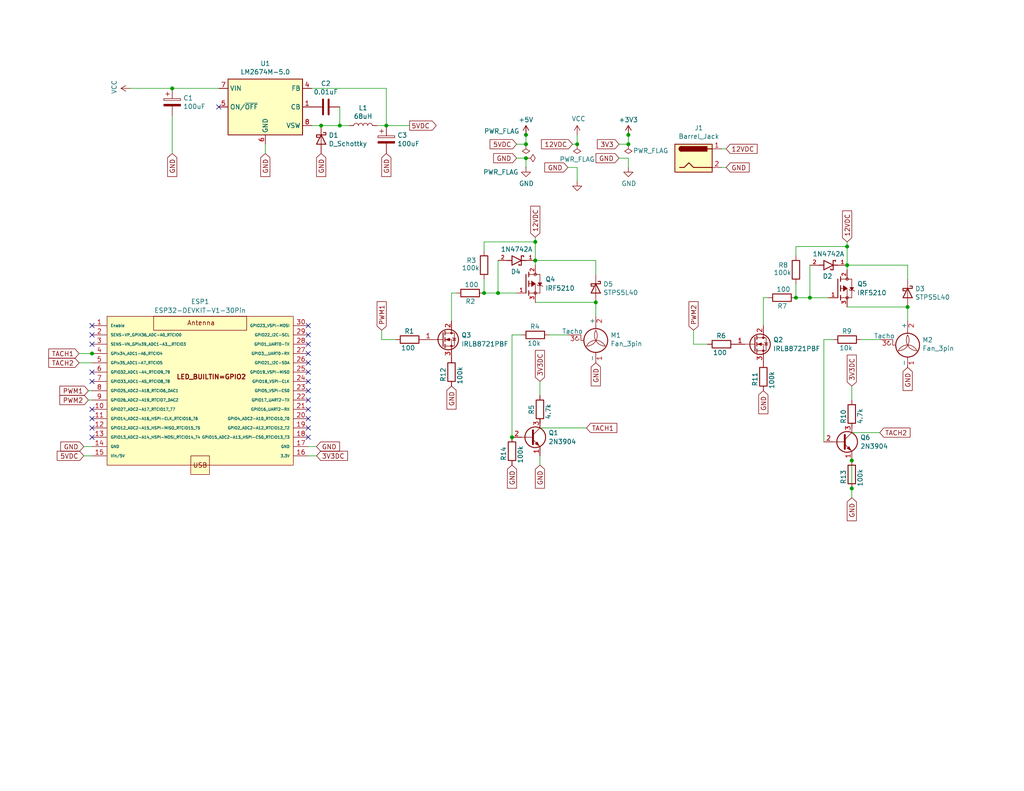
<source format=kicad_sch>
(kicad_sch (version 20250114) (generator "eeschema") (generator_version "9.0")
  (paper "USLetter")
  (lib_symbols
    (symbol "1N4742A:1N4742A" (pin_names (offset 1.016))
      (property "Reference" "D" (at -5.08 2.54 0))
      (property "Value" "1N4742A" (at -5.08 -3.81 0))
      (symbol "1N4742A_0_0"
        (polyline (pts (xy -2.54 0) (xy -1.27 0)) (stroke (width 0.254)))
        (polyline (pts (xy -1.27 1.27) (xy -1.27 0)) (stroke (width 0.254)))
        (polyline (pts (xy -1.27 0) (xy -1.27 -1.27)) (stroke (width 0.254)))
        (polyline (pts (xy -1.27 -1.27) (xy 1.27 0)) (stroke (width 0.254)))
        (polyline (pts (xy 0.635 -1.016) (xy 0.635 -1.27)) (stroke (width 0.254)))
        (polyline (pts (xy 1.27 1.27) (xy 1.27 0)) (stroke (width 0.254)))
        (polyline (pts (xy 1.27 0) (xy -1.27 1.27)) (stroke (width 0.254)))
        (polyline (pts (xy 1.27 0) (xy 1.27 -1.27)) (stroke (width 0.254)))
        (polyline (pts (xy 1.27 -1.27) (xy 0.635 -1.27)) (stroke (width 0.254)))
        (polyline (pts (xy 1.905 1.27) (xy 1.27 1.27)) (stroke (width 0.254)))
        (polyline (pts (xy 1.905 1.27) (xy 1.905 1.016)) (stroke (width 0.254)))
        (polyline (pts (xy 2.54 0) (xy 1.27 0)) (stroke (width 0.254)))
        (pin passive line (at -5.08 0 0) (length 2.54) (name "~") (number "2"))
        (pin passive line (at 5.08 0 180) (length 2.54) (name "~") (number "1"))
      )
    )
    (symbol "2N3904_1" (pin_names (offset 0) (hide yes))
      (property "Reference" "Q1" (at 4.8514 1.2122 0))
      (property "Value" "2N3904" (at 4.8514 -1.2121 0))
      (symbol "2N3904_1_0_1"
        (polyline (pts (xy -2.54 0) (xy 0.635 0)))
        (polyline (pts (xy 0.635 1.905) (xy 0.635 -1.905)) (stroke (width 0.508)))
        (circle (center 1.27 0) (radius 2.8194) (stroke (width 0.254)))
      )
      (symbol "2N3904_1_1_1"
        (polyline (pts (xy 0.635 0.635) (xy 2.54 2.54)))
        (polyline (pts (xy 0.635 -0.635) (xy 2.54 -2.54)))
        (polyline (pts (xy 1.27 -1.778) (xy 1.778 -1.27) (xy 2.286 -2.286) (xy 1.27 -1.778)) (fill (type outline)))
        (pin input line (at -5.08 0 0) (length 2.54) (name "B") (number "2"))
        (pin output line (at 2.54 5.08 270) (length 2.54) (name "C") (number "3"))
        (pin passive line (at 2.54 -5.08 90) (length 2.54) (name "E") (number "1"))
      )
    )
    (symbol "Connector:Barrel_Jack" (pin_names (offset 1.016))
      (property "Reference" "J" (at 0 5.334 0))
      (property "Value" "Barrel_Jack" (at 0 -5.08 0))
      (symbol "Barrel_Jack_0_1"
        (rectangle (start -5.08 3.81) (end 5.08 -3.81) (stroke (width 0.254)) (fill (type background)))
        (polyline (pts (xy -3.81 -2.54) (xy -2.54 -2.54) (xy -1.27 -1.27) (xy 0 -2.54) (xy 2.54 -2.54) (xy 5.08 -2.54)) (stroke (width 0.254)))
        (arc (start -3.302 1.905) (mid -3.9343 2.54) (end -3.302 3.175) (stroke (width 0.254)))
        (arc (start -3.302 1.905) (mid -3.9343 2.54) (end -3.302 3.175) (stroke (width 0.254)) (fill (type outline)))
        (rectangle (start 3.683 3.175) (end -3.302 1.905) (stroke (width 0.254)) (fill (type outline)))
        (polyline (pts (xy 5.08 2.54) (xy 3.81 2.54)) (stroke (width 0.254)))
      )
      (symbol "Barrel_Jack_1_1"
        (pin passive line (at 7.62 2.54 180) (length 2.54) (name "~") (number "1"))
        (pin passive line (at 7.62 -2.54 180) (length 2.54) (name "~") (number "2"))
      )
    )
    (symbol "Device:C" (pin_numbers (hide yes)) (pin_names (offset 0.254))
      (property "Reference" "C" (at 0.635 2.54 0))
      (property "Value" "C" (at 0.635 -2.54 0))
      (symbol "C_0_1"
        (polyline (pts (xy -2.032 0.762) (xy 2.032 0.762)) (stroke (width 0.508)))
        (polyline (pts (xy -2.032 -0.762) (xy 2.032 -0.762)) (stroke (width 0.508)))
      )
      (symbol "C_1_1"
        (pin passive line (at 0 3.81 270) (length 2.794) (name "~") (number "1"))
        (pin passive line (at 0 -3.81 90) (length 2.794) (name "~") (number "2"))
      )
    )
    (symbol "Device:C_Polarized" (pin_numbers (hide yes)) (pin_names (offset 0.254))
      (property "Reference" "C" (at 0.635 2.54 0))
      (property "Value" "C_Polarized" (at 0.635 -2.54 0))
      (symbol "C_Polarized_0_1"
        (rectangle (start -2.286 0.508) (end 2.286 1.016))
        (polyline (pts (xy -1.778 2.286) (xy -0.762 2.286)))
        (polyline (pts (xy -1.27 2.794) (xy -1.27 1.778)))
        (rectangle (start 2.286 -0.508) (end -2.286 -1.016) (fill (type outline)))
      )
      (symbol "C_Polarized_1_1"
        (pin passive line (at 0 3.81 270) (length 2.794) (name "~") (number "1"))
        (pin passive line (at 0 -3.81 90) (length 2.794) (name "~") (number "2"))
      )
    )
    (symbol "Device:D_Schottky" (pin_numbers (hide yes)) (pin_names (offset 1.016) (hide yes))
      (property "Reference" "D" (at 0 2.54 0))
      (property "Value" "D_Schottky" (at 0 -2.54 0))
      (symbol "D_Schottky_0_1"
        (polyline (pts (xy -1.905 0.635) (xy -1.905 1.27) (xy -1.27 1.27) (xy -1.27 -1.27) (xy -0.635 -1.27) (xy -0.635 -0.635)) (stroke (width 0.254)))
        (polyline (pts (xy 1.27 1.27) (xy 1.27 -1.27) (xy -1.27 0) (xy 1.27 1.27)) (stroke (width 0.254)))
        (polyline (pts (xy 1.27 0) (xy -1.27 0)))
      )
      (symbol "D_Schottky_1_1"
        (pin passive line (at -3.81 0 0) (length 2.54) (name "K") (number "1"))
        (pin passive line (at 3.81 0 180) (length 2.54) (name "A") (number "2"))
      )
    )
    (symbol "Device:L" (pin_numbers (hide yes)) (pin_names (offset 1.016) (hide yes))
      (property "Reference" "L" (at -1.27 0 90))
      (property "Value" "L" (at 1.905 0 90))
      (symbol "L_0_1"
        (arc (start 0 2.54) (mid 0.6323 1.905) (end 0 1.27))
        (arc (start 0 1.27) (mid 0.6323 0.635) (end 0 0))
        (arc (start 0 0) (mid 0.6323 -0.635) (end 0 -1.27))
        (arc (start 0 -1.27) (mid 0.6323 -1.905) (end 0 -2.54))
      )
      (symbol "L_1_1"
        (pin passive line (at 0 3.81 270) (length 1.27) (name "1") (number "1"))
        (pin passive line (at 0 -3.81 90) (length 1.27) (name "2") (number "2"))
      )
    )
    (symbol "Device:R" (pin_numbers (hide yes)) (pin_names (offset 0))
      (property "Reference" "R" (at 2.032 0 90))
      (property "Value" "R" (at 0 0 90))
      (symbol "R_0_1"
        (rectangle (start -1.016 -2.54) (end 1.016 2.54) (stroke (width 0.254)))
      )
      (symbol "R_1_1"
        (pin passive line (at 0 3.81 270) (length 1.27) (name "~") (number "1"))
        (pin passive line (at 0 -3.81 90) (length 1.27) (name "~") (number "2"))
      )
    )
    (symbol "Motor:Fan_3pin" (pin_names (offset 0))
      (property "Reference" "M" (at 2.54 2.54 0))
      (property "Value" "Fan_3pin" (at 2.54 -5.08 0))
      (symbol "Fan_3pin_0_0"
        (polyline (pts (xy -5.08 -0.508) (xy -5.334 -0.381)))
        (polyline (pts (xy -5.08 -0.508) (xy -5.207 -0.762)))
        (arc (start -4.572 -1.016) (mid -5.08 -1.5218) (end -5.588 -1.016))
        (arc (start -5.588 -1.016) (mid -5.4392 -0.6568) (end -5.08 -0.508))
        (polyline (pts (xy -4.064 0) (xy -4.064 -1.524) (xy -3.302 -1.524)))
      )
      (symbol "Fan_3pin_0_1"
        (polyline (pts (xy -4.064 0) (xy -5.08 0)))
        (arc (start 0 1.27) (mid -0.0015 -1.6352) (end -2.54 -3.048))
        (polyline (pts (xy 0 2.032) (xy 0 2.54)))
        (polyline (pts (xy 0 1.7272) (xy 0 2.0828)))
        (circle (center 0 -1.524) (radius 3.2512) (stroke (width 0.254)))
        (arc (start -2.54 -3.048) (mid 0 -1.4782) (end 2.54 -3.048))
        (polyline (pts (xy 0 -4.7752) (xy 0 -5.1816)))
        (polyline (pts (xy 0 -7.62) (xy 0 -7.112)))
        (arc (start 2.54 -3.048) (mid 0.047 -1.6085) (end 0 1.27))
      )
      (symbol "Fan_3pin_1_1"
        (pin passive line (at -7.62 0 0) (length 2.54) (name "Tacho") (number "3"))
        (pin passive line (at 0 5.08 270) (length 2.54) (name "+") (number "2"))
        (pin passive line (at 0 -7.62 90) (length 2.54) (name "-") (number "1"))
      )
    )
    (symbol "Regulator_Switching:LM2674M-3.3"
      (property "Reference" "U" (at -10.16 8.89 0))
      (property "Value" "LM2674M-3.3" (at 0 8.89 0))
      (symbol "LM2674M-3.3_0_1"
        (rectangle (start -10.16 7.62) (end 10.16 -7.62) (stroke (width 0.254)) (fill (type background)))
      )
      (symbol "LM2674M-3.3_1_1"
        (pin power_in line (at -12.7 5.08 0) (length 2.54) (name "VIN") (number "7"))
        (pin input line (at -12.7 0 0) (length 2.54) (name "ON/~{OFF}") (number "5"))
        (pin no_connect line (at -10.16 -2.54 0) (length 2.54) (hide yes) (name "NC") (number "2"))
        (pin no_connect line (at -10.16 -5.08 0) (length 2.54) (hide yes) (name "NC") (number "3"))
        (pin power_in line (at 0 -10.16 90) (length 2.54) (name "GND") (number "6"))
        (pin input line (at 12.7 5.08 180) (length 2.54) (name "FB") (number "4"))
        (pin input line (at 12.7 0 180) (length 2.54) (name "CB") (number "1"))
        (pin output line (at 12.7 -5.08 180) (length 2.54) (name "VSW") (number "8"))
      )
    )
    (symbol "Transistor_BJT:2N3904" (pin_names (offset 0) (hide yes))
      (property "Reference" "Q6" (at 4.8514 1.2122 0))
      (property "Value" "2N3904" (at 4.8514 -1.2121 0))
      (symbol "2N3904_0_1"
        (polyline (pts (xy -2.54 0) (xy 0.635 0)))
        (polyline (pts (xy 0.635 1.905) (xy 0.635 -1.905)) (stroke (width 0.508)))
        (circle (center 1.27 0) (radius 2.8194) (stroke (width 0.254)))
      )
      (symbol "2N3904_1_1"
        (polyline (pts (xy 0.635 0.635) (xy 2.54 2.54)))
        (polyline (pts (xy 0.635 -0.635) (xy 2.54 -2.54)))
        (polyline (pts (xy 1.27 -1.778) (xy 1.778 -1.27) (xy 2.286 -2.286) (xy 1.27 -1.778)) (fill (type outline)))
        (pin input line (at -5.08 0 0) (length 2.54) (name "B") (number "2"))
        (pin output line (at 2.54 5.08 270) (length 2.54) (name "C") (number "3"))
        (pin passive line (at 2.54 -5.08 90) (length 2.54) (name "E") (number "1"))
      )
    )
    (symbol "Transistor_FET:IRLB8721PBF" (pin_names (hide yes))
      (property "Reference" "Q" (at 5.08 1.905 0))
      (property "Value" "IRLB8721PBF" (at 5.08 0 0))
      (symbol "IRLB8721PBF_0_1"
        (polyline (pts (xy 0.254 1.905) (xy 0.254 -1.905)) (stroke (width 0.254)))
        (polyline (pts (xy 0.254 0) (xy -2.54 0)))
        (polyline (pts (xy 0.762 2.286) (xy 0.762 1.27)) (stroke (width 0.254)))
        (polyline (pts (xy 0.762 0.508) (xy 0.762 -0.508)) (stroke (width 0.254)))
        (polyline (pts (xy 0.762 -1.27) (xy 0.762 -2.286)) (stroke (width 0.254)))
        (polyline (pts (xy 0.762 -1.778) (xy 3.302 -1.778) (xy 3.302 1.778) (xy 0.762 1.778)))
        (polyline (pts (xy 1.016 0) (xy 2.032 0.381) (xy 2.032 -0.381) (xy 1.016 0)) (fill (type outline)))
        (circle (center 1.651 0) (radius 2.794) (stroke (width 0.254)))
        (polyline (pts (xy 2.54 2.54) (xy 2.54 1.778)))
        (circle (center 2.54 1.778) (radius 0.254) (fill (type outline)))
        (circle (center 2.54 -1.778) (radius 0.254) (fill (type outline)))
        (polyline (pts (xy 2.54 -2.54) (xy 2.54 0) (xy 0.762 0)))
        (polyline (pts (xy 2.794 0.508) (xy 2.921 0.381) (xy 3.683 0.381) (xy 3.81 0.254)))
        (polyline (pts (xy 3.302 0.381) (xy 2.921 -0.254) (xy 3.683 -0.254) (xy 3.302 0.381)))
      )
      (symbol "IRLB8721PBF_1_1"
        (pin input line (at -5.08 0 0) (length 2.54) (name "G") (number "1"))
        (pin passive line (at 2.54 5.08 270) (length 2.54) (name "D") (number "2"))
        (pin passive line (at 2.54 -5.08 90) (length 2.54) (name "S") (number "3"))
      )
    )
    (symbol "esp32-devkit-v1-30pin:ESP32-DEVKIT-V1-30Pin" (pin_names (offset 1.016))
      (property "Reference" "ESP1" (at 0 24.3375 0))
      (property "Value" "ESP32-DEVKIT-V1-30Pin" (at 0 21.9132 0))
      (symbol "ESP32-DEVKIT-V1-30Pin_0_1"
        (rectangle (start -12.7 20.32) (end 12.7 16.51))
      )
      (symbol "ESP32-DEVKIT-V1-30Pin_1_1"
        (rectangle (start -25.4 20.32) (end 25.4 -20.32) (fill (type background)))
        (rectangle (start -2.54 -17.78) (end 2.54 -22.86) (fill (type background)))
        (text "USB" (at 0 -20.32 0) (effects (font (size 1.27 1.27))))
        (text "Antenna" (at 0.254 18.542 0) (effects (font (size 1.27 1.27))))
        (text "LED_BUILTIN=GPIO2" (at 3.048 3.81 0) (effects (font (size 1.27 1.27) (bold yes))))
        (pin input line (at -29.5 17.78 0) (length 4) (name "Enable") (number "1"))
        (pin input line (at -29.5 15.24 0) (length 4) (name "SENS-VP_GPIX36_ADC-A0_RTCIO0") (number "2"))
        (pin input line (at -29.5 12.7 0) (length 4) (name "SENS-VN_GPIx39_ADC1-A3__RTCIO3") (number "3"))
        (pin input line (at -29.5 10.16 0) (length 4) (name "GPIx34_ADC1-A6_RTCIO4") (number "4"))
        (pin input line (at -29.5 7.62 0) (length 4) (name "GPIx35_ADC1-A7_RTCIO5") (number "5"))
        (pin bidirectional line (at -29.5 5.08 0) (length 4) (name "GPIO32_ADC1-A4_RTCIO9_T9") (number "6"))
        (pin bidirectional line (at -29.5 2.54 0) (length 4) (name "GPIO33_ADC1-A5_RTCIO8_T8") (number "7"))
        (pin bidirectional line (at -29.5 0 0) (length 4) (name "GPIO25_ADC2-A18_RTCIO6_DAC1") (number "8"))
        (pin bidirectional line (at -29.5 -2.54 0) (length 4) (name "GPIO26_ADC2-A19_RTCIO7_DAC2") (number "9"))
        (pin bidirectional line (at -29.5 -5.08 0) (length 4) (name "GPIO27_ADC2-A17_RTCIO17_T7") (number "10"))
        (pin bidirectional line (at -29.5 -7.62 0) (length 4) (name "GPIO14_ADC2-A16_HSPI-CLK_RTCIO16_T6") (number "11"))
        (pin bidirectional line (at -29.5 -10.16 0) (length 4) (name "GPIO12_ADC2-A15_HSPI-MISO_RTCIO15_T5") (number "12"))
        (pin bidirectional line (at -29.5 -12.7 0) (length 4) (name "GPIO13_ADC2-A14_HSPI-MOSI_RTCIO14_T4") (number "13"))
        (pin power_in line (at -29.5 -15.24 0) (length 4) (name "GND") (number "14"))
        (pin power_in line (at -29.5 -17.78 0) (length 4) (name "Vin/5V") (number "15"))
        (pin bidirectional line (at 29.5 17.78 180) (length 4) (name "GPIO23_VSPI-MOSI") (number "30"))
        (pin bidirectional line (at 29.5 15.24 180) (length 4) (name "GPIO22_I2C-SCL") (number "29"))
        (pin output line (at 29.5 12.7 180) (length 4) (name "GPIO1_UART0-TX") (number "28"))
        (pin input line (at 29.5 10.16 180) (length 4) (name "GPIO3__UART0-RX") (number "27"))
        (pin bidirectional line (at 29.5 7.62 180) (length 4) (name "GPIO21_I2C-SDA") (number "26"))
        (pin bidirectional line (at 29.5 5.08 180) (length 4) (name "GPIO19_VSPI-MISO") (number "25"))
        (pin bidirectional line (at 29.5 2.54 180) (length 4) (name "GPIO18_VSPI-CLK") (number "24"))
        (pin bidirectional line (at 29.5 0 180) (length 4) (name "GPIO5_VSPI-CS0") (number "23"))
        (pin output line (at 29.5 -2.54 180) (length 4) (name "GPIO17_UART2-TX") (number "22"))
        (pin input line (at 29.5 -5.08 180) (length 4) (name "GPIO16_UART2-RX") (number "21"))
        (pin bidirectional line (at 29.5 -7.62 180) (length 4) (name "GPIO4_ADC2-A10_RTCIO10_T0") (number "20"))
        (pin bidirectional line (at 29.5 -10.16 180) (length 4) (name "GPIO2_ADC2-A12_RTCIO12_T2") (number "19"))
        (pin bidirectional line (at 29.5 -12.7 180) (length 4) (name "GPIO15_ADC2-A13_HSPI-CS0_RTCIO13_T3") (number "18"))
        (pin power_out line (at 29.5 -15.24 180) (length 4) (name "GND") (number "17"))
        (pin power_out line (at 29.5 -17.78 180) (length 4) (name "3.3V") (number "16"))
      )
    )
    (symbol "irf5210:IRF5210" (pin_names (offset 1.016))
      (property "Reference" "Q" (at -8.89 3.81 0))
      (property "Value" "IRF5210" (at -8.89 -6.35 0))
      (symbol "IRF5210_0_0"
        (polyline (pts (xy 0 -2.54) (xy 0 2.54)) (stroke (width 0.254)))
        (polyline (pts (xy 0.762 2.54) (xy 0.762 3.175)) (stroke (width 0.254)))
        (polyline (pts (xy 0.762 1.905) (xy 0.762 2.54)) (stroke (width 0.254)))
        (polyline (pts (xy 0.762 0) (xy 0.762 0.762)) (stroke (width 0.254)))
        (polyline (pts (xy 0.762 0) (xy 2.54 0)) (stroke (width 0.1524)))
        (polyline (pts (xy 0.762 -0.762) (xy 0.762 0)) (stroke (width 0.254)))
        (polyline (pts (xy 0.762 -2.54) (xy 0.762 -1.905)) (stroke (width 0.254)))
        (polyline (pts (xy 0.762 -2.54) (xy 2.54 -2.54)) (stroke (width 0.1524)))
        (polyline (pts (xy 0.762 -3.175) (xy 0.762 -2.54)) (stroke (width 0.254)))
        (polyline (pts (xy 2.54 2.54) (xy 0.762 2.54)) (stroke (width 0.1524)))
        (polyline (pts (xy 2.54 2.54) (xy 3.81 2.54)) (stroke (width 0.1524)))
        (circle (center 2.54 2.54) (radius 0.3592))
        (polyline (pts (xy 2.54 0) (xy 1.524 0.762) (xy 1.524 -0.762) (xy 2.54 0)) (stroke (width 0.1524)) (fill (type outline)))
        (polyline (pts (xy 2.54 -2.54) (xy 2.54 0)) (stroke (width 0.1524)))
        (polyline (pts (xy 2.54 -2.54) (xy 3.81 -2.54)) (stroke (width 0.1524)))
        (circle (center 2.54 -2.54) (radius 0.3592))
        (polyline (pts (xy 3.302 -0.508) (xy 3.048 -0.254)) (stroke (width 0.1524)))
        (polyline (pts (xy 3.81 2.54) (xy 3.81 -0.508)) (stroke (width 0.1524)))
        (polyline (pts (xy 3.81 -0.508) (xy 3.302 -0.508)) (stroke (width 0.1524)))
        (polyline (pts (xy 3.81 -0.508) (xy 3.81 -2.54)) (stroke (width 0.1524)))
        (polyline (pts (xy 3.81 -0.508) (xy 3.302 0.254) (xy 4.318 0.254) (xy 3.81 -0.508)) (stroke (width 0.1524)) (fill (type outline)))
        (polyline (pts (xy 4.318 -0.508) (xy 3.81 -0.508)) (stroke (width 0.1524)))
        (polyline (pts (xy 4.572 -0.762) (xy 4.318 -0.508)) (stroke (width 0.1524)))
        (pin passive line (at -2.54 -2.54 0) (length 2.54) (name "~") (number "1"))
        (pin passive line (at 2.54 5.08 270) (length 2.54) (name "~") (number "2"))
        (pin passive line (at 2.54 -5.08 90) (length 2.54) (name "~") (number "3"))
      )
    )
    (symbol "power:+3.3V" (power) (pin_numbers (hide yes)) (pin_names (offset 0) (hide yes))
      (property "Value" "+3.3V" (at 0 3.556 0))
      (symbol "+3.3V_0_1"
        (polyline (pts (xy -0.762 1.27) (xy 0 2.54)))
        (polyline (pts (xy 0 2.54) (xy 0.762 1.27)))
        (polyline (pts (xy 0 0) (xy 0 2.54)))
      )
      (symbol "+3.3V_1_1"
        (pin power_in line (at 0 0 90) (length 0) (name "~") (number "1"))
      )
    )
    (symbol "power:+5V" (power) (pin_numbers (hide yes)) (pin_names (offset 0) (hide yes))
      (property "Value" "+5V" (at 0 3.556 0))
      (symbol "+5V_0_1"
        (polyline (pts (xy -0.762 1.27) (xy 0 2.54)))
        (polyline (pts (xy 0 2.54) (xy 0.762 1.27)))
        (polyline (pts (xy 0 0) (xy 0 2.54)))
      )
      (symbol "+5V_1_1"
        (pin power_in line (at 0 0 90) (length 0) (name "~") (number "1"))
      )
    )
    (symbol "power:GND" (power) (pin_numbers (hide yes)) (pin_names (offset 0) (hide yes))
      (property "Value" "GND" (at 0 -3.81 0))
      (symbol "GND_0_1"
        (polyline (pts (xy 0 0) (xy 0 -1.27) (xy 1.27 -1.27) (xy 0 -2.54) (xy -1.27 -1.27) (xy 0 -1.27)))
      )
      (symbol "GND_1_1"
        (pin power_in line (at 0 0 270) (length 0) (name "~") (number "1"))
      )
    )
    (symbol "power:PWR_FLAG" (power) (pin_numbers (hide yes)) (pin_names (offset 0) (hide yes))
      (property "Value" "PWR_FLAG" (at 0 3.81 0))
      (symbol "PWR_FLAG_0_0"
        (pin power_out line (at 0 0 90) (length 0) (name "~") (number "1"))
      )
      (symbol "PWR_FLAG_0_1"
        (polyline (pts (xy 0 0) (xy 0 1.27) (xy -1.016 1.905) (xy 0 2.54) (xy 1.016 1.905) (xy 0 1.27)))
      )
    )
    (symbol "power:VCC" (power) (pin_numbers (hide yes)) (pin_names (offset 0) (hide yes))
      (property "Value" "VCC" (at 0 3.556 0))
      (symbol "VCC_0_1"
        (polyline (pts (xy -0.762 1.27) (xy 0 2.54)))
        (polyline (pts (xy 0 2.54) (xy 0.762 1.27)))
        (polyline (pts (xy 0 0) (xy 0 2.54)))
      )
      (symbol "VCC_1_1"
        (pin power_in line (at 0 0 90) (length 0) (name "~") (number "1"))
      )
    )
  )
  (junction (at 146.05 66.04))
  (junction (at 105.41 34.29))
  (junction (at 247.65 83.82))
  (junction (at 143.51 39.37))
  (junction (at 25.11 96.52))
  (junction (at 46.99 24.13))
  (junction (at 232.41 133.35))
  (junction (at 217.17 81.28))
  (junction (at 135.89 80.01))
  (junction (at 92.71 34.29))
  (junction (at 132.08 80.01))
  (junction (at 157.48 39.37))
  (junction (at 171.45 39.37))
  (junction (at 87.63 34.29))
  (junction (at 231.14 67.31))
  (junction (at 232.41 125.73))
  (junction (at 139.7 119.38))
  (junction (at 143.51 36.83))
  (junction (at 143.51 43.18))
  (junction (at 171.45 36.83))
  (junction (at 162.56 82.55))
  (junction (at 231.14 72.39))
  (junction (at 146.05 71.12))
  (junction (at 220.98 81.28))
  (no_connect (at 25.11 116.84))
  (no_connect (at 25.11 88.9))
  (no_connect (at 84.11 106.68))
  (no_connect (at 84.11 104.14))
  (no_connect (at 84.11 93.98))
  (no_connect (at 84.11 116.84))
  (no_connect (at 25.11 111.76))
  (no_connect (at 84.11 96.52))
  (no_connect (at 84.11 99.06))
  (no_connect (at 84.11 119.38))
  (no_connect (at 25.11 104.14))
  (no_connect (at 84.11 101.6))
  (no_connect (at 84.11 109.22))
  (no_connect (at 84.11 88.9))
  (no_connect (at 25.11 114.3))
  (no_connect (at 25.11 101.6))
  (no_connect (at 25.11 93.98))
  (no_connect (at 25.11 91.44))
  (no_connect (at 84.11 91.44))
  (no_connect (at 25.11 119.38))
  (no_connect (at 59.69 29.21))
  (no_connect (at 84.11 114.3))
  (no_connect (at 84.11 111.76))
  (wire (pts (xy 35.56 24.13) (xy 46.99 24.13)))
  (wire (pts (xy 132.08 76.2) (xy 132.08 80.01)))
  (wire (pts (xy 146.05 71.12) (xy 162.56 71.12)))
  (wire (pts (xy 102.87 34.29) (xy 105.41 34.29)))
  (wire (pts (xy 92.71 34.29) (xy 92.71 29.21)))
  (wire (pts (xy 72.39 39.37) (xy 72.39 41.91)))
  (wire (pts (xy 123.19 80.01) (xy 124.46 80.01)))
  (wire (pts (xy 232.41 105.41) (xy 232.41 109.22)))
  (wire (pts (xy 85.09 24.13) (xy 105.41 24.13)))
  (wire (pts (xy 135.89 80.01) (xy 132.08 80.01)))
  (wire (pts (xy 146.05 82.55) (xy 162.56 82.55)))
  (wire (pts (xy 232.41 118.11) (xy 240.03 118.11)))
  (wire (pts (xy 232.41 116.84) (xy 232.41 115.57)))
  (wire (pts (xy 22.86 124.46) (xy 25.11 124.46)))
  (wire (pts (xy 142.24 91.44) (xy 139.7 91.44)))
  (wire (pts (xy 46.99 24.13) (xy 59.69 24.13)))
  (wire (pts (xy 147.32 115.57) (xy 147.32 114.3)))
  (wire (pts (xy 231.14 72.39) (xy 231.14 73.66)))
  (wire (pts (xy 84.11 124.46) (xy 86.36 124.46)))
  (wire (pts (xy 143.51 43.18) (xy 143.51 45.72)))
  (wire (pts (xy 46.99 31.75) (xy 46.99 41.91)))
  (wire (pts (xy 146.05 64.77) (xy 146.05 66.04)))
  (wire (pts (xy 168.91 43.18) (xy 171.45 43.18)))
  (wire (pts (xy 87.63 34.29) (xy 92.71 34.29)))
  (wire (pts (xy 171.45 39.37) (xy 171.45 36.83)))
  (wire (pts (xy 232.41 125.73) (xy 232.41 133.35)))
  (wire (pts (xy 140.97 43.18) (xy 143.51 43.18)))
  (wire (pts (xy 157.48 45.72) (xy 157.48 49.53)))
  (wire (pts (xy 143.51 39.37) (xy 143.51 36.83)))
  (wire (pts (xy 162.56 74.93) (xy 162.56 71.12)))
  (wire (pts (xy 21.59 96.52) (xy 25.11 96.52)))
  (wire (pts (xy 25.11 96.52) (xy 25.4 96.52)))
  (wire (pts (xy 217.17 67.31) (xy 217.17 69.85)))
  (wire (pts (xy 24.13 109.22) (xy 25.11 109.22)))
  (wire (pts (xy 147.32 116.84) (xy 160.02 116.84)))
  (wire (pts (xy 234.95 92.71) (xy 240.03 92.71)))
  (wire (pts (xy 84.11 121.92) (xy 86.36 121.92)))
  (wire (pts (xy 85.09 34.29) (xy 87.63 34.29)))
  (wire (pts (xy 140.97 39.37) (xy 143.51 39.37)))
  (wire (pts (xy 156.21 39.37) (xy 157.48 39.37)))
  (wire (pts (xy 189.23 93.98) (xy 193.04 93.98)))
  (wire (pts (xy 21.59 99.06) (xy 25.11 99.06)))
  (wire (pts (xy 217.17 77.47) (xy 217.17 81.28)))
  (wire (pts (xy 105.41 34.29) (xy 111.76 34.29)))
  (wire (pts (xy 227.33 92.71) (xy 224.79 92.71)))
  (wire (pts (xy 95.25 34.29) (xy 92.71 34.29)))
  (wire (pts (xy 147.32 104.14) (xy 147.32 107.95)))
  (wire (pts (xy 247.65 83.82) (xy 247.65 87.63)))
  (wire (pts (xy 157.48 39.37) (xy 157.48 36.83)))
  (wire (pts (xy 24.13 106.68) (xy 25.11 106.68)))
  (wire (pts (xy 146.05 66.04) (xy 146.05 71.12)))
  (wire (pts (xy 168.91 39.37) (xy 171.45 39.37)))
  (wire (pts (xy 132.08 66.04) (xy 146.05 66.04)))
  (wire (pts (xy 224.79 92.71) (xy 224.79 120.65)))
  (wire (pts (xy 231.14 72.39) (xy 247.65 72.39)))
  (wire (pts (xy 226.06 81.28) (xy 220.98 81.28)))
  (wire (pts (xy 247.65 76.2) (xy 247.65 72.39)))
  (wire (pts (xy 105.41 24.13) (xy 105.41 34.29)))
  (wire (pts (xy 147.32 127) (xy 147.32 124.46)))
  (wire (pts (xy 231.14 67.31) (xy 231.14 72.39)))
  (wire (pts (xy 146.05 71.12) (xy 146.05 72.39)))
  (wire (pts (xy 132.08 66.04) (xy 132.08 68.58)))
  (wire (pts (xy 104.14 90.17) (xy 104.14 92.71)))
  (wire (pts (xy 135.89 71.12) (xy 135.89 80.01)))
  (wire (pts (xy 208.28 81.28) (xy 209.55 81.28)))
  (wire (pts (xy 171.45 43.18) (xy 171.45 45.72)))
  (wire (pts (xy 104.14 92.71) (xy 107.95 92.71)))
  (wire (pts (xy 220.98 72.39) (xy 220.98 81.28)))
  (wire (pts (xy 189.23 90.17) (xy 189.23 93.98)))
  (wire (pts (xy 196.85 40.64) (xy 198.12 40.64)))
  (wire (pts (xy 208.28 88.9) (xy 208.28 81.28)))
  (wire (pts (xy 154.94 45.72) (xy 157.48 45.72)))
  (wire (pts (xy 217.17 67.31) (xy 231.14 67.31)))
  (wire (pts (xy 232.41 133.35) (xy 232.41 135.89)))
  (wire (pts (xy 231.14 66.04) (xy 231.14 67.31)))
  (wire (pts (xy 140.97 80.01) (xy 135.89 80.01)))
  (wire (pts (xy 149.86 91.44) (xy 154.94 91.44)))
  (wire (pts (xy 123.19 87.63) (xy 123.19 80.01)))
  (wire (pts (xy 162.56 82.55) (xy 162.56 86.36)))
  (wire (pts (xy 198.12 45.72) (xy 196.85 45.72)))
  (wire (pts (xy 220.98 81.28) (xy 217.17 81.28)))
  (wire (pts (xy 22.86 121.92) (xy 25.11 121.92)))
  (wire (pts (xy 139.7 91.44) (xy 139.7 119.38)))
  (wire (pts (xy 231.14 83.82) (xy 247.65 83.82)))
  (global_label "GND" (shape input) (at 140.97 43.18 180) (property "Intersheetrefs" "${INTERSHEET_REFS}" (effects (hide yes))))
  (global_label "GND" (shape input) (at 105.41 41.91 270) (property "Intersheetrefs" "${INTERSHEET_REFS}" (effects (hide yes))))
  (global_label "GND" (shape input) (at 139.7 127 270) (property "Intersheetrefs" "${INTERSHEET_REFS}" (effects (hide yes))))
  (global_label "12VDC" (shape input) (at 156.21 39.37 180) (property "Intersheetrefs" "${INTERSHEET_REFS}" (effects (hide yes))))
  (global_label "TACH1" (shape input) (at 21.59 96.52 180) (property "Intersheetrefs" "${INTERSHEET_REFS}" (effects (hide yes))))
  (global_label "GND" (shape input) (at 72.39 41.91 270) (property "Intersheetrefs" "${INTERSHEET_REFS}" (effects (hide yes))))
  (global_label "12VDC" (shape input) (at 198.12 40.64 0) (property "Intersheetrefs" "${INTERSHEET_REFS}" (effects (hide yes))))
  (global_label "PWM2" (shape input) (at 189.23 90.17 90) (property "Intersheetrefs" "${INTERSHEET_REFS}" (effects (hide yes))))
  (global_label "3V3DC" (shape input) (at 232.41 105.41 90) (property "Intersheetrefs" "${INTERSHEET_REFS}" (effects (hide yes))))
  (global_label "5VDC" (shape input) (at 22.86 124.46 180) (property "Intersheetrefs" "${INTERSHEET_REFS}" (effects (hide yes))))
  (global_label "PWM1" (shape input) (at 24.13 106.68 180) (property "Intersheetrefs" "${INTERSHEET_REFS}" (effects (hide yes))))
  (global_label "GND" (shape input) (at 154.94 45.72 180) (property "Intersheetrefs" "${INTERSHEET_REFS}" (effects (hide yes))))
  (global_label "3V3DC" (shape input) (at 86.36 124.46 0) (property "Intersheetrefs" "${INTERSHEET_REFS}" (effects (hide yes))))
  (global_label "TACH2" (shape input) (at 21.59 99.06 180) (property "Intersheetrefs" "${INTERSHEET_REFS}" (effects (hide yes))))
  (global_label "TACH2" (shape input) (at 240.03 118.11 0) (property "Intersheetrefs" "${INTERSHEET_REFS}" (effects (hide yes))))
  (global_label "GND" (shape input) (at 208.28 106.68 270) (property "Intersheetrefs" "${INTERSHEET_REFS}" (effects (hide yes))))
  (global_label "GND" (shape input) (at 46.99 41.91 270) (property "Intersheetrefs" "${INTERSHEET_REFS}" (effects (hide yes))))
  (global_label "GND" (shape input) (at 86.36 121.92 0) (property "Intersheetrefs" "${INTERSHEET_REFS}" (effects (hide yes))))
  (global_label "TACH1" (shape input) (at 160.02 116.84 0) (property "Intersheetrefs" "${INTERSHEET_REFS}" (effects (hide yes))))
  (global_label "GND" (shape input) (at 87.63 41.91 270) (property "Intersheetrefs" "${INTERSHEET_REFS}" (effects (hide yes))))
  (global_label "12VDC" (shape input) (at 231.14 66.04 90) (property "Intersheetrefs" "${INTERSHEET_REFS}" (effects (hide yes))))
  (global_label "3V3DC" (shape input) (at 147.32 104.14 90) (property "Intersheetrefs" "${INTERSHEET_REFS}" (effects (hide yes))))
  (global_label "PWM2" (shape input) (at 24.13 109.22 180) (property "Intersheetrefs" "${INTERSHEET_REFS}" (effects (hide yes))))
  (global_label "GND" (shape input) (at 162.56 99.06 270) (property "Intersheetrefs" "${INTERSHEET_REFS}" (effects (hide yes))))
  (global_label "GND" (shape input) (at 22.86 121.92 180) (property "Intersheetrefs" "${INTERSHEET_REFS}" (effects (hide yes))))
  (global_label "GND" (shape input) (at 232.41 135.89 270) (property "Intersheetrefs" "${INTERSHEET_REFS}" (effects (hide yes))))
  (global_label "GND" (shape input) (at 198.12 45.72 0) (property "Intersheetrefs" "${INTERSHEET_REFS}" (effects (hide yes))))
  (global_label "5VDC" (shape output) (at 111.76 34.29 0) (property "Intersheetrefs" "${INTERSHEET_REFS}" (effects (hide yes))))
  (global_label "5VDC" (shape input) (at 140.97 39.37 180) (property "Intersheetrefs" "${INTERSHEET_REFS}" (effects (hide yes))))
  (global_label "PWM1" (shape input) (at 104.14 90.17 90) (property "Intersheetrefs" "${INTERSHEET_REFS}" (effects (hide yes))))
  (global_label "GND" (shape input) (at 147.32 127 270) (property "Intersheetrefs" "${INTERSHEET_REFS}" (effects (hide yes))))
  (global_label "GND" (shape input) (at 168.91 43.18 180) (property "Intersheetrefs" "${INTERSHEET_REFS}" (effects (hide yes))))
  (global_label "GND" (shape input) (at 123.19 105.41 270) (property "Intersheetrefs" "${INTERSHEET_REFS}" (effects (hide yes))))
  (global_label "3V3" (shape input) (at 168.91 39.37 180) (property "Intersheetrefs" "${INTERSHEET_REFS}" (effects (hide yes))))
  (global_label "GND" (shape input) (at 247.65 100.33 270) (property "Intersheetrefs" "${INTERSHEET_REFS}" (effects (hide yes))))
  (global_label "12VDC" (shape input) (at 146.05 64.77 90) (property "Intersheetrefs" "${INTERSHEET_REFS}" (effects (hide yes))))
  (symbol (lib_id "power:GND") (at 157.48 49.53 0) (unit 1)
    (property "Reference" "#PWR05" (effects (hide yes)))
    (property "Value" "GND" (effects (hide yes)))
  )
  (symbol (lib_id "power:VCC") (at 157.48 36.83 0) (unit 1)
    (property "Reference" "#PWR03" (effects (hide yes)))
    (property "Value" "VCC" (at 157.861 32.4358 0))
  )
  (symbol (lib_id "Motor:Fan_3pin") (at 162.56 91.44 0) (unit 1)
    (property "Reference" "M1" (at 166.5732 91.5416 0) (effects (justify left)))
    (property "Value" "Fan_3pin" (at 166.5732 93.853 0) (effects (justify left)))
    (property "Footprint" "Connector_Molex:Molex_KK-254_AE-6410-03A_1x03_P2.54mm_Vertical" (effects (hide yes)))
    (property "Datasheet" "http://www.hardwarecanucks.com/forum/attachments/new-builds/16287d1330775095-help-chassis-power-fan-connectors-motherboard-asus_p8z68.jpg" (effects (hide yes)))
  )
  (symbol (lib_id "power:GND") (at 143.51 45.72 0) (unit 1)
    (property "Reference" "#PWR04" (effects (hide yes)))
    (property "Value" "GND" (at 143.637 50.1142 0))
  )
  (symbol (lib_id "power:+3.3V") (at 143.51 36.83 0) (unit 1)
    (property "Reference" "#PWR02" (effects (hide yes)))
    (property "Value" "+3.3V" (effects (hide yes)))
  )
  (symbol (lib_id "Connector:Barrel_Jack") (at 189.23 43.18 0) (unit 1)
    (property "Reference" "J1" (at 190.6778 34.925 0))
    (property "Value" "Barrel_Jack" (at 190.6778 37.2364 0))
    (property "Footprint" "Connector_BarrelJack:BarrelJack_CUI_PJ-063AH_Horizontal_CircularHoles" (effects (hide yes)))
  )
  (symbol (lib_id "Regulator_Switching:LM2674M-3.3") (at 72.39 29.21 0) (unit 1)
    (property "Reference" "U1" (at 72.39 17.3482 0))
    (property "Value" "LM2674M-5.0" (at 72.39 19.6596 0))
    (property "Footprint" "Package_DIP:DIP-8_W7.62mm_Socket" (effects (hide yes)))
    (property "Datasheet" "http://www.ti.com/lit/ds/symlink/lm2674.pdf" (effects (hide yes)))
  )
  (symbol (lib_id "Device:C_Polarized") (at 46.99 27.94 0) (unit 1)
    (property "Reference" "C1" (at 49.9872 26.7716 0) (effects (justify left)))
    (property "Value" "100uF" (at 49.9872 29.083 0) (effects (justify left)))
    (property "Footprint" "Capacitor_THT:CP_Radial_D5.0mm_P2.00mm" (effects (hide yes)))
    (property "Description" "Polarized capacitor" (effects (hide yes)))
  )
  (symbol (lib_id "Device:C") (at 88.9 29.21 270) (unit 1)
    (property "Reference" "C2" (at 88.9 22.8092 90))
    (property "Value" "0.01uF" (at 88.9 25.1206 90))
    (property "Footprint" "Capacitor_THT:C_Disc_D7.5mm_W5.0mm_P5.00mm" (effects (hide yes)))
  )
  (symbol (lib_id "Device:L") (at 99.06 34.29 90) (unit 1)
    (property "Reference" "L1" (at 99.06 29.464 90))
    (property "Value" "68uH" (at 99.06 31.7754 90))
    (property "Footprint" "Inductor_THT:L_Axial_L14.0mm_D4.5mm_P5.08mm_Vertical_Fastron_LACC" (effects (hide yes)))
  )
  (symbol (lib_id "Device:C_Polarized") (at 105.41 38.1 0) (unit 1)
    (property "Reference" "C3" (at 108.4072 36.9316 0) (effects (justify left)))
    (property "Value" "100uF" (at 108.4072 39.243 0) (effects (justify left)))
    (property "Footprint" "Capacitor_THT:CP_Radial_D5.0mm_P2.00mm" (effects (hide yes)))
    (property "Description" "Polarized capacitor" (effects (hide yes)))
  )
  (symbol (lib_id "power:VCC") (at 35.56 24.13 90) (unit 1)
    (property "Reference" "#PWR01" (effects (hide yes)))
    (property "Value" "VCC" (at 31.1658 23.749 0))
  )
  (symbol (lib_id "Device:D_Schottky") (at 87.63 38.1 270) (unit 1)
    (property "Reference" "D1" (at 89.662 36.9316 90) (effects (justify left)))
    (property "Value" "D_Schottky" (at 89.662 39.243 90) (effects (justify left)))
    (property "Footprint" "Diode_THT:D_A-405_P7.62mm_Horizontal" (effects (hide yes)))
  )
  (symbol (lib_id "Device:R") (at 147.32 111.76 0) (unit 1)
    (property "Reference" "R5" (at 145.034 110.49 90) (effects (justify right)))
    (property "Value" "4.7k" (at 149.606 110.236 90) (effects (justify right)))
    (property "Footprint" "Resistor_THT:R_Axial_DIN0207_L6.3mm_D2.5mm_P7.62mm_Horizontal" (effects (hide yes)))
  )
  (symbol (lib_id "power:PWR_FLAG") (at 143.51 43.18 270) (unit 1)
    (property "Reference" "#FLG01" (effects (hide yes)))
    (property "Value" "PWR_FLAG" (at 136.652 46.99 90))
    (property "Description" "Special symbol for telling ERC where power comes from" (effects (hide yes)))
  )
  (symbol (lib_id "1N4742A:1N4742A") (at 140.97 71.12 0) (unit 1)
    (property "Reference" "D4" (at 140.716 74.168 0))
    (property "Value" "1N4742A" (at 140.97 68.072 0))
    (property "Footprint" "1N4742A:DIOAD1036W78L463D272" (effects (hide yes)))
    (property "MF" "ON" (effects (hide yes)))
    (property "MAXIMUM_PACKAGE_HEIGHT" "2.72mm" (effects (hide yes)))
    (property "Package" "DO-41 ON Semiconductor" (effects (hide yes)))
    (property "Price" "None" (effects (hide yes)))
    (property "Check_prices" "https://www.snapeda.com/parts/1N4742A/Onsemi/view-part/?ref=eda" (effects (hide yes)))
    (property "STANDARD" "IPC 7351B" (effects (hide yes)))
    (property "PARTREV" "10" (effects (hide yes)))
    (property "SnapEDA_Link" "https://www.snapeda.com/parts/1N4742A/Onsemi/view-part/?ref=snap" (effects (hide yes)))
    (property "MP" "1N4742A" (effects (hide yes)))
    (property "Description_1" "Zener Diode 12 V 1 W ±5% Through Hole DO-204AL (DO-41)" (effects (hide yes)))
    (property "Availability" "In Stock" (effects (hide yes)))
    (property "MANUFACTURER" "onsemi" (effects (hide yes)))
  )
  (symbol (lib_id "power:+5V") (at 171.45 36.83 0) (unit 1)
    (property "Reference" "#PWR022" (effects (hide yes)))
    (property "Value" "+3V3" (at 171.45 32.6969 0))
    (property "Description" "Power symbol creates a global label with name \"+5V\"" (effects (hide yes)))
  )
  (symbol (lib_id "Device:R") (at 232.41 129.54 0) (unit 1)
    (property "Reference" "R13" (at 230.124 128.27 90) (effects (justify right)))
    (property "Value" "100k" (at 234.696 128.016 90) (effects (justify right)))
    (property "Footprint" "Resistor_THT:R_Axial_DIN0207_L6.3mm_D2.5mm_P7.62mm_Horizontal" (effects (hide yes)))
  )
  (symbol (lib_id "Transistor_BJT:2N3904") (at 229.87 120.65 0) (unit 1)
    (property "Reference" "Q6" (at 234.7214 119.4378 0) (effects (justify left)))
    (property "Value" "2N3904" (at 234.7214 121.8621 0) (effects (justify left)))
    (property "Footprint" "Package_TO_SOT_THT:TO-92_Inline" (effects (hide yes)))
    (property "Datasheet" "https://www.onsemi.com/pub/Collateral/2N3903-D.PDF" (effects (hide yes)))
    (property "Description" "0.2A Ic, 40V Vce, Small Signal NPN Transistor, TO-92" (effects (hide yes)))
  )
  (symbol (lib_id "1N4742A:1N4742A") (at 226.06 72.39 0) (unit 1)
    (property "Reference" "D2" (at 225.806 75.438 0))
    (property "Value" "1N4742A" (at 226.06 69.342 0))
    (property "Footprint" "1N4742A:DIOAD1036W78L463D272" (effects (hide yes)))
    (property "MF" "ON" (effects (hide yes)))
    (property "MAXIMUM_PACKAGE_HEIGHT" "2.72mm" (effects (hide yes)))
    (property "Package" "DO-41 ON Semiconductor" (effects (hide yes)))
    (property "Price" "None" (effects (hide yes)))
    (property "Check_prices" "https://www.snapeda.com/parts/1N4742A/Onsemi/view-part/?ref=eda" (effects (hide yes)))
    (property "STANDARD" "IPC 7351B" (effects (hide yes)))
    (property "PARTREV" "10" (effects (hide yes)))
    (property "SnapEDA_Link" "https://www.snapeda.com/parts/1N4742A/Onsemi/view-part/?ref=snap" (effects (hide yes)))
    (property "MP" "1N4742A" (effects (hide yes)))
    (property "Description_1" "Zener Diode 12 V 1 W ±5% Through Hole DO-204AL (DO-41)" (effects (hide yes)))
    (property "Availability" "In Stock" (effects (hide yes)))
    (property "MANUFACTURER" "onsemi" (effects (hide yes)))
  )
  (symbol (lib_id "Motor:Fan_3pin") (at 247.65 92.71 0) (unit 1)
    (property "Reference" "M2" (at 251.6632 92.8116 0) (effects (justify left)))
    (property "Value" "Fan_3pin" (at 251.6632 95.123 0) (effects (justify left)))
    (property "Footprint" "Connector_Molex:Molex_KK-254_AE-6410-03A_1x03_P2.54mm_Vertical" (effects (hide yes)))
    (property "Datasheet" "http://www.hardwarecanucks.com/forum/attachments/new-builds/16287d1330775095-help-chassis-power-fan-connectors-motherboard-asus_p8z68.jpg" (effects (hide yes)))
  )
  (symbol (lib_name "2N3904_1") (lib_id "Transistor_BJT:2N3904") (at 144.78 119.38 0) (unit 1)
    (property "Reference" "Q1" (at 149.6314 118.1678 0) (effects (justify left)))
    (property "Value" "2N3904" (at 149.6314 120.5921 0) (effects (justify left)))
    (property "Footprint" "Package_TO_SOT_THT:TO-92_Inline" (effects (hide yes)))
    (property "Datasheet" "https://www.onsemi.com/pub/Collateral/2N3903-D.PDF" (effects (hide yes)))
    (property "Description" "0.2A Ic, 40V Vce, Small Signal NPN Transistor, TO-92" (effects (hide yes)))
  )
  (symbol (lib_id "Device:R") (at 123.19 101.6 0) (unit 1)
    (property "Reference" "R12" (at 120.904 100.33 90) (effects (justify right)))
    (property "Value" "100k" (at 125.476 100.076 90) (effects (justify right)))
    (property "Footprint" "Resistor_THT:R_Axial_DIN0207_L6.3mm_D2.5mm_P7.62mm_Horizontal" (effects (hide yes)))
  )
  (symbol (lib_id "Device:R") (at 111.76 92.71 270) (unit 1)
    (property "Reference" "R1" (at 113.03 90.424 90) (effects (justify right)))
    (property "Value" "100" (at 113.284 94.996 90) (effects (justify right)))
    (property "Footprint" "Resistor_THT:R_Axial_DIN0207_L6.3mm_D2.5mm_P7.62mm_Horizontal" (effects (hide yes)))
  )
  (symbol (lib_id "power:+3.3V") (at 171.45 36.83 0) (unit 1)
    (property "Reference" "#PWR023" (effects (hide yes)))
    (property "Value" "+3.3V" (effects (hide yes)))
  )
  (symbol (lib_id "power:+5V") (at 143.51 36.83 0) (unit 1)
    (property "Reference" "#PWR021" (effects (hide yes)))
    (property "Value" "+5V" (at 143.51 32.6969 0))
    (property "Description" "Power symbol creates a global label with name \"+5V\"" (effects (hide yes)))
  )
  (symbol (lib_id "irf5210:IRF5210") (at 228.6 78.74 0) (unit 1)
    (property "Reference" "Q5" (at 233.8832 77.5278 0) (effects (justify left)))
    (property "Value" "IRF5210" (at 233.8832 79.9521 0) (effects (justify left)))
    (property "Footprint" "IRF5210:TO254P1054X469X2933-3" (effects (hide yes)))
    (property "MF" "Infineon Technologies" (effects (hide yes)))
    (property "MAXIMUM_PACKAGE_HEIGHT" "19.3mm" (effects (hide yes)))
    (property "Package" "TO-220 Infineon" (effects (hide yes)))
    (property "Price" "None" (effects (hide yes)))
    (property "Check_prices" "https://www.snapeda.com/parts/IRF5210/Infineon/view-part/?ref=eda" (effects (hide yes)))
    (property "STANDARD" "IPC-7351B" (effects (hide yes)))
    (property "PARTREV" "06/15/04" (effects (hide yes)))
    (property "SnapEDA_Link" "https://www.snapeda.com/parts/IRF5210/Infineon/view-part/?ref=snap" (effects (hide yes)))
    (property "MP" "IRF5210" (effects (hide yes)))
    (property "Description_1" "P-Channel 100 V 38A (Tc) 3.1W (Ta), 170W (Tc) Through Hole TO-262" (effects (hide yes)))
    (property "Availability" "In Stock" (effects (hide yes)))
    (property "MANUFACTURER" "Infineon Technologies" (effects (hide yes)))
  )
  (symbol (lib_id "esp32-devkit-v1-30pin:ESP32-DEVKIT-V1-30Pin") (at 54.61 106.68 0) (unit 1)
    (property "Reference" "ESP1" (at 54.61 82.3425 0))
    (property "Value" "ESP32-DEVKIT-V1-30Pin" (at 54.61 84.7668 0))
  )
  (symbol (lib_id "power:PWR_FLAG") (at 157.48 39.37 180) (unit 1)
    (property "Reference" "#FLG03" (effects (hide yes)))
    (property "Value" "PWR_FLAG" (at 157.48 43.5031 0))
    (property "Description" "Special symbol for telling ERC where power comes from" (effects (hide yes)))
  )
  (symbol (lib_id "power:PWR_FLAG") (at 143.51 39.37 180) (unit 1)
    (property "Reference" "#FLG05" (effects (hide yes)))
    (property "Value" "PWR_FLAG" (at 136.906 35.814 0))
    (property "Description" "Special symbol for telling ERC where power comes from" (effects (hide yes)))
  )
  (symbol (lib_id "Device:D_Schottky") (at 162.56 78.74 270) (unit 1)
    (property "Reference" "D5" (at 164.592 77.5716 90) (effects (justify left)))
    (property "Value" "STPS5L40" (at 164.592 79.883 90) (effects (justify left)))
    (property "Footprint" "Diode_THT:D_DO-201AD_P12.70mm_Horizontal" (effects (hide yes)))
    (property "Description" "Schottky diode" (effects (hide yes)))
  )
  (symbol (lib_id "irf5210:IRF5210") (at 143.51 77.47 0) (unit 1)
    (property "Reference" "Q4" (at 148.7932 76.2578 0) (effects (justify left)))
    (property "Value" "IRF5210" (at 148.7932 78.6821 0) (effects (justify left)))
    (property "Footprint" "IRF5210:TO254P1054X469X2933-3" (effects (hide yes)))
    (property "MF" "Infineon Technologies" (effects (hide yes)))
    (property "MAXIMUM_PACKAGE_HEIGHT" "19.3mm" (effects (hide yes)))
    (property "Package" "TO-220 Infineon" (effects (hide yes)))
    (property "Price" "None" (effects (hide yes)))
    (property "Check_prices" "https://www.snapeda.com/parts/IRF5210/Infineon/view-part/?ref=eda" (effects (hide yes)))
    (property "STANDARD" "IPC-7351B" (effects (hide yes)))
    (property "PARTREV" "06/15/04" (effects (hide yes)))
    (property "SnapEDA_Link" "https://www.snapeda.com/parts/IRF5210/Infineon/view-part/?ref=snap" (effects (hide yes)))
    (property "MP" "IRF5210" (effects (hide yes)))
    (property "Description_1" "P-Channel 100 V 38A (Tc) 3.1W (Ta), 170W (Tc) Through Hole TO-262" (effects (hide yes)))
    (property "Availability" "In Stock" (effects (hide yes)))
    (property "MANUFACTURER" "Infineon Technologies" (effects (hide yes)))
  )
  (symbol (lib_id "Device:R") (at 231.14 92.71 270) (unit 1)
    (property "Reference" "R9" (at 232.41 90.424 90) (effects (justify right)))
    (property "Value" "10k" (at 232.664 94.996 90) (effects (justify right)))
    (property "Footprint" "Resistor_THT:R_Axial_DIN0207_L6.3mm_D2.5mm_P7.62mm_Horizontal" (effects (hide yes)))
  )
  (symbol (lib_id "Transistor_FET:IRLB8721PBF") (at 205.74 93.98 0) (unit 1)
    (property "Reference" "Q2" (at 210.947 92.7678 0) (effects (justify left)))
    (property "Value" "IRLB8721PBF" (at 210.947 95.1921 0) (effects (justify left)))
    (property "Footprint" "Package_TO_SOT_THT:TO-220-3_Vertical" (effects (hide yes)))
    (property "Datasheet" "http://www.infineon.com/dgdl/irlb8721pbf.pdf?fileId=5546d462533600a40153566056732591" (effects (hide yes)))
    (property "Description" "62A Id, 30V Vds, 8.7 mOhm Rds, N-Channel HEXFET Power MOSFET, TO-220" (effects (hide yes)))
  )
  (symbol (lib_id "Device:R") (at 132.08 72.39 180) (unit 1)
    (property "Reference" "R3" (at 127.254 71.12 0) (effects (justify right)))
    (property "Value" "100k" (at 125.984 73.152 0) (effects (justify right)))
    (property "Footprint" "Resistor_THT:R_Axial_DIN0207_L6.3mm_D2.5mm_P7.62mm_Horizontal" (effects (hide yes)))
  )
  (symbol (lib_id "power:GND") (at 171.45 45.72 0) (unit 1)
    (property "Reference" "#PWR024" (effects (hide yes)))
    (property "Value" "GND" (at 171.577 50.1142 0))
  )
  (symbol (lib_id "Device:R") (at 139.7 123.19 0) (unit 1)
    (property "Reference" "R14" (at 137.414 121.92 90) (effects (justify right)))
    (property "Value" "100k" (at 141.986 121.666 90) (effects (justify right)))
    (property "Footprint" "Resistor_THT:R_Axial_DIN0207_L6.3mm_D2.5mm_P7.62mm_Horizontal" (effects (hide yes)))
  )
  (symbol (lib_id "Device:R") (at 208.28 102.87 0) (unit 1)
    (property "Reference" "R11" (at 205.994 101.6 90) (effects (justify right)))
    (property "Value" "100k" (at 210.566 101.346 90) (effects (justify right)))
    (property "Footprint" "Resistor_THT:R_Axial_DIN0207_L6.3mm_D2.5mm_P7.62mm_Horizontal" (effects (hide yes)))
  )
  (symbol (lib_id "Device:R") (at 196.85 93.98 270) (unit 1)
    (property "Reference" "R6" (at 198.12 91.694 90) (effects (justify right)))
    (property "Value" "100" (at 198.374 96.266 90) (effects (justify right)))
    (property "Footprint" "Resistor_THT:R_Axial_DIN0207_L6.3mm_D2.5mm_P7.62mm_Horizontal" (effects (hide yes)))
  )
  (symbol (lib_id "Device:R") (at 217.17 73.66 180) (unit 1)
    (property "Reference" "R8" (at 212.344 72.39 0) (effects (justify right)))
    (property "Value" "100k" (at 211.074 74.422 0) (effects (justify right)))
    (property "Footprint" "Resistor_THT:R_Axial_DIN0207_L6.3mm_D2.5mm_P7.62mm_Horizontal" (effects (hide yes)))
  )
  (symbol (lib_id "power:PWR_FLAG") (at 171.45 39.37 180) (unit 1)
    (property "Reference" "#FLG02" (effects (hide yes)))
    (property "Value" "PWR_FLAG" (at 177.546 41.148 0))
    (property "Description" "Special symbol for telling ERC where power comes from" (effects (hide yes)))
  )
  (symbol (lib_id "Device:D_Schottky") (at 247.65 80.01 270) (unit 1)
    (property "Reference" "D3" (at 249.682 78.8416 90) (effects (justify left)))
    (property "Value" "STPS5L40" (at 249.682 81.153 90) (effects (justify left)))
    (property "Footprint" "Diode_THT:D_DO-201AD_P12.70mm_Horizontal" (effects (hide yes)))
    (property "Description" "Schottky diode" (effects (hide yes)))
  )
  (symbol (lib_id "Device:R") (at 146.05 91.44 270) (unit 1)
    (property "Reference" "R4" (at 147.32 89.154 90) (effects (justify right)))
    (property "Value" "10k" (at 147.574 93.726 90) (effects (justify right)))
    (property "Footprint" "Resistor_THT:R_Axial_DIN0207_L6.3mm_D2.5mm_P7.62mm_Horizontal" (effects (hide yes)))
  )
  (symbol (lib_id "Transistor_FET:IRLB8721PBF") (at 120.65 92.71 0) (unit 1)
    (property "Reference" "Q3" (at 125.857 91.4978 0) (effects (justify left)))
    (property "Value" "IRLB8721PBF" (at 125.857 93.9221 0) (effects (justify left)))
    (property "Footprint" "Package_TO_SOT_THT:TO-220-3_Vertical" (effects (hide yes)))
    (property "Datasheet" "http://www.infineon.com/dgdl/irlb8721pbf.pdf?fileId=5546d462533600a40153566056732591" (effects (hide yes)))
    (property "Description" "62A Id, 30V Vds, 8.7 mOhm Rds, N-Channel HEXFET Power MOSFET, TO-220" (effects (hide yes)))
  )
  (symbol (lib_id "Device:R") (at 128.27 80.01 90) (unit 1)
    (property "Reference" "R2" (at 127 82.296 90) (effects (justify right)))
    (property "Value" "100" (at 126.746 77.724 90) (effects (justify right)))
    (property "Footprint" "Resistor_THT:R_Axial_DIN0207_L6.3mm_D2.5mm_P7.62mm_Horizontal" (effects (hide yes)))
  )
  (symbol (lib_id "Device:R") (at 213.36 81.28 90) (unit 1)
    (property "Reference" "R7" (at 212.09 83.566 90) (effects (justify right)))
    (property "Value" "100" (at 211.836 78.994 90) (effects (justify right)))
    (property "Footprint" "Resistor_THT:R_Axial_DIN0207_L6.3mm_D2.5mm_P7.62mm_Horizontal" (effects (hide yes)))
  )
  (symbol (lib_id "Device:R") (at 232.41 113.03 0) (unit 1)
    (property "Reference" "R10" (at 230.124 111.76 90) (effects (justify right)))
    (property "Value" "4.7k" (at 234.696 111.506 90) (effects (justify right)))
    (property "Footprint" "Resistor_THT:R_Axial_DIN0207_L6.3mm_D2.5mm_P7.62mm_Horizontal" (effects (hide yes)))
  )
)
</source>
